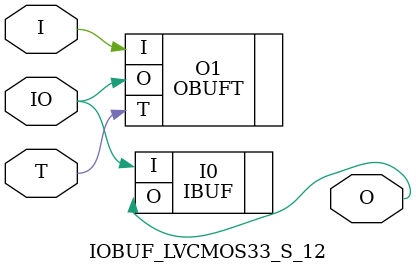
<source format=v>


`timescale  1 ps / 1 ps


module IOBUF_LVCMOS33_S_12 (O, IO, I, T);

    output O;

    inout  IO;

    input  I, T;

        OBUFT #(.IOSTANDARD("LVCMOS33"), .SLEW("SLOW"), .DRIVE(12)) O1 (.O(IO), .I(I), .T(T)); 
	IBUF #(.IOSTANDARD("LVCMOS33"))  I0 (.O(O), .I(IO));
        

endmodule



</source>
